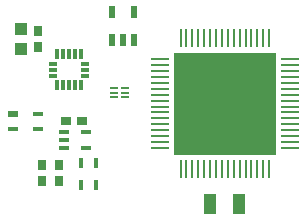
<source format=gbp>
%FSAX25Y25*%
%MOIN*%
G70*
G01*
G75*
G04 Layer_Color=128*
%ADD10R,0.02362X0.08661*%
%ADD11R,0.03543X0.02756*%
%ADD12R,0.02756X0.03543*%
%ADD13R,0.03622X0.01575*%
%ADD14R,0.01575X0.01575*%
%ADD15R,0.05118X0.05906*%
%ADD16R,0.01575X0.01575*%
%ADD17R,0.03937X0.02756*%
%ADD18R,0.04331X0.03937*%
%ADD19R,0.03347X0.03937*%
%ADD20R,0.03347X0.03937*%
%ADD21R,0.00866X0.02756*%
%ADD22R,0.03937X0.04331*%
%ADD23R,0.03937X0.09055*%
%ADD24C,0.01000*%
%ADD25C,0.00800*%
%ADD26C,0.01200*%
%ADD27C,0.01500*%
%ADD28C,0.02400*%
%ADD29C,0.04000*%
%ADD30C,0.02000*%
%ADD31C,0.02500*%
%ADD32C,0.03543*%
%ADD33C,0.03000*%
%ADD34C,0.01400*%
%ADD35C,0.03000*%
%ADD36C,0.05500*%
%ADD37C,0.06299*%
%ADD38C,0.03937*%
%ADD39R,0.03937X0.03937*%
%ADD40R,0.03937X0.03937*%
%ADD41C,0.01500*%
%ADD42C,0.01300*%
%ADD43C,0.02000*%
%ADD44C,0.02400*%
%ADD45C,0.01400*%
%ADD46C,0.01800*%
G04:AMPARAMS|DCode=47|XSize=193.75mil|YSize=195.16mil|CornerRadius=0mil|HoleSize=0mil|Usage=FLASHONLY|Rotation=45.000|XOffset=0mil|YOffset=0mil|HoleType=Round|Shape=Rectangle|*
%AMROTATEDRECTD47*
4,1,4,0.00050,-0.13750,-0.13750,0.00050,-0.00050,0.13750,0.13750,-0.00050,0.00050,-0.13750,0.0*
%
%ADD47ROTATEDRECTD47*%

%ADD48R,0.05309X0.05255*%
%ADD49R,0.01575X0.03622*%
%ADD50R,0.03937X0.07087*%
%ADD51R,0.03622X0.02362*%
%ADD52R,0.02756X0.00866*%
%ADD53O,0.06102X0.00984*%
%ADD54O,0.00984X0.06102*%
%ADD55R,0.00984X0.06102*%
%ADD56R,0.34252X0.34252*%
%ADD57R,0.02362X0.04331*%
%ADD58R,0.03150X0.01181*%
%ADD59R,0.01181X0.03642*%
%ADD60C,0.00787*%
%ADD61C,0.00984*%
%ADD62C,0.00394*%
%ADD63C,0.00300*%
%ADD64C,0.00500*%
%ADD65C,0.00299*%
%ADD66R,0.03162X0.09461*%
%ADD67R,0.04343X0.03556*%
%ADD68R,0.03556X0.04343*%
%ADD69R,0.04422X0.02375*%
%ADD70R,0.02375X0.02375*%
%ADD71R,0.05918X0.06706*%
%ADD72R,0.02375X0.02375*%
%ADD73R,0.04737X0.03556*%
%ADD74R,0.05131X0.04737*%
%ADD75R,0.04147X0.04737*%
%ADD76R,0.04147X0.04737*%
%ADD77R,0.01666X0.03556*%
%ADD78R,0.04737X0.05131*%
%ADD79R,0.04737X0.09855*%
%ADD80C,0.03800*%
%ADD81C,0.06300*%
%ADD82C,0.07099*%
%ADD83C,0.04737*%
%ADD84R,0.04737X0.04737*%
%ADD85R,0.04737X0.04737*%
%ADD86C,0.02200*%
%ADD87R,0.02375X0.04422*%
%ADD88R,0.04737X0.07887*%
%ADD89R,0.04422X0.03162*%
%ADD90R,0.03556X0.01666*%
%ADD91O,0.06902X0.01784*%
%ADD92O,0.01784X0.06902*%
%ADD93R,0.01784X0.06902*%
%ADD94R,0.35052X0.35052*%
%ADD95R,0.03162X0.05131*%
%ADD96R,0.03950X0.01981*%
%ADD97R,0.01981X0.04442*%
D11*
X0266659Y0366800D02*
D03*
X0261541D02*
D03*
D12*
X0252100Y0396659D02*
D03*
Y0391541D02*
D03*
X0259000Y0346941D02*
D03*
Y0352059D02*
D03*
X0253400Y0346941D02*
D03*
Y0352059D02*
D03*
D13*
X0260760Y0357941D02*
D03*
Y0360500D02*
D03*
X0268240Y0363059D02*
D03*
Y0357941D02*
D03*
X0260760Y0363059D02*
D03*
X0252002Y0364186D02*
D03*
Y0369304D02*
D03*
X0243735Y0364186D02*
D03*
D22*
X0246600Y0390754D02*
D03*
Y0397446D02*
D03*
D49*
X0271609Y0352840D02*
D03*
X0266491D02*
D03*
Y0345360D02*
D03*
X0271609D02*
D03*
D50*
X0319221Y0339100D02*
D03*
X0309379D02*
D03*
D51*
X0243700Y0369100D02*
D03*
D52*
X0281279Y0377875D02*
D03*
Y0376300D02*
D03*
Y0374725D02*
D03*
X0277520D02*
D03*
Y0376300D02*
D03*
Y0377875D02*
D03*
D53*
X0336152Y0357836D02*
D03*
Y0359805D02*
D03*
Y0361773D02*
D03*
Y0363742D02*
D03*
Y0365710D02*
D03*
Y0367679D02*
D03*
Y0369647D02*
D03*
Y0371616D02*
D03*
Y0373584D02*
D03*
Y0375553D02*
D03*
Y0377521D02*
D03*
Y0379490D02*
D03*
Y0381458D02*
D03*
Y0383427D02*
D03*
Y0385395D02*
D03*
Y0387364D02*
D03*
X0292648D02*
D03*
Y0385395D02*
D03*
Y0383427D02*
D03*
Y0381458D02*
D03*
Y0379490D02*
D03*
Y0377521D02*
D03*
Y0375553D02*
D03*
Y0373584D02*
D03*
Y0371616D02*
D03*
Y0369647D02*
D03*
Y0367679D02*
D03*
Y0365710D02*
D03*
Y0363742D02*
D03*
Y0361773D02*
D03*
Y0359805D02*
D03*
Y0357836D02*
D03*
D54*
X0329164Y0394352D02*
D03*
X0327195D02*
D03*
X0325227D02*
D03*
X0323258D02*
D03*
X0321290D02*
D03*
X0319321D02*
D03*
X0317353D02*
D03*
X0315384D02*
D03*
X0313416D02*
D03*
X0311447D02*
D03*
X0309479D02*
D03*
X0307510D02*
D03*
X0305542D02*
D03*
X0303573D02*
D03*
X0301605D02*
D03*
X0299636D02*
D03*
Y0350848D02*
D03*
X0301605D02*
D03*
X0303573D02*
D03*
X0305542D02*
D03*
X0307510D02*
D03*
X0309479D02*
D03*
X0311447D02*
D03*
X0313416D02*
D03*
X0315384D02*
D03*
X0317353D02*
D03*
X0319321D02*
D03*
X0321290D02*
D03*
X0323258D02*
D03*
X0325227D02*
D03*
X0327195D02*
D03*
D55*
X0329164D02*
D03*
D56*
X0314400Y0372600D02*
D03*
D57*
X0284240Y0393776D02*
D03*
X0280500D02*
D03*
X0276760D02*
D03*
Y0403224D02*
D03*
X0284240D02*
D03*
D58*
X0257221Y0385850D02*
D03*
Y0383882D02*
D03*
Y0381913D02*
D03*
X0267653D02*
D03*
Y0383882D02*
D03*
Y0385850D02*
D03*
D59*
X0258500Y0378764D02*
D03*
X0260469D02*
D03*
X0262437D02*
D03*
X0264405D02*
D03*
X0266374D02*
D03*
Y0389000D02*
D03*
X0264405D02*
D03*
X0262437D02*
D03*
X0260469D02*
D03*
X0258500D02*
D03*
M02*

</source>
